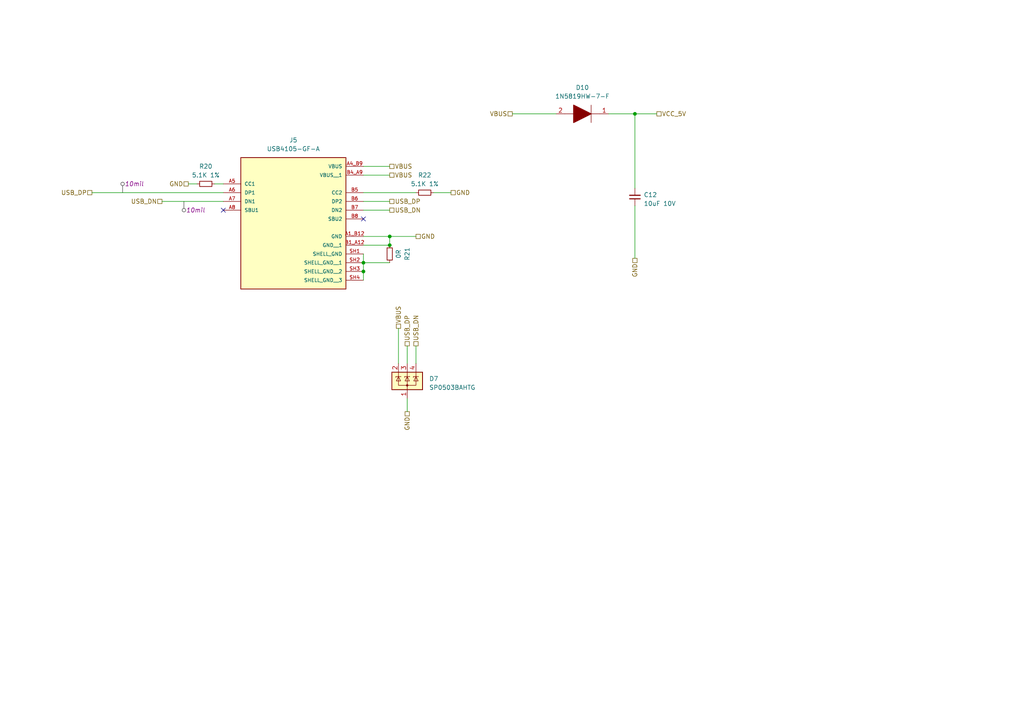
<source format=kicad_sch>
(kicad_sch (version 20250114) (generator "eeschema") (generator_version "9.0")
  (paper "A4")
  (title_block (title "A1S Mini Board") (date "2025-03-30") (rev "0.3.0") (company "Martin Roger"))
  (lib_symbols
    (symbol "DIY:1N5819HW-7-F" (pin_names (offset 0.762))
      (property "Reference" "D" (at 11.43 5.08 0))
      (property "Value" "1N5819HW-7-F" (at 11.43 2.54 0))
      (symbol "1N5819HW-7-F_0_0"
        (pin passive line (at 0 0 0) (length 2.54) (name "~") (number "1"))
        (pin passive line (at 15.24 0 180) (length 2.54) (name "~") (number "2"))
      )
      (symbol "1N5819HW-7-F_0_1"
        (polyline (pts (xy 2.54 0) (xy 5.08 0)) (stroke (width 0.1524)))
        (polyline (pts (xy 5.08 2.54) (xy 5.08 -2.54)) (stroke (width 0.1524)))
        (polyline (pts (xy 5.08 0) (xy 10.16 2.54) (xy 10.16 -2.54) (xy 5.08 0)) (stroke (width 0.254)) (fill (type outline)))
        (polyline (pts (xy 10.16 0) (xy 12.7 0)) (stroke (width 0.1524)))
      )
    )
    (symbol "DIY:USB4105-GF-A" (pin_names (offset 1.016))
      (property "Reference" "J" (at -15.24 13.97 0))
      (property "Value" "USB4105-GF-A" (at -15.24 -27.94 0))
      (symbol "USB4105-GF-A_0_0"
        (rectangle (start -15.24 -25.4) (end 15.24 12.7) (stroke (width 0.254)) (fill (type background)))
        (pin bidirectional line (at -20.32 5.08 0) (length 5.08) (name "CC1") (number "A5"))
        (pin bidirectional line (at -20.32 2.54 0) (length 5.08) (name "DP1") (number "A6"))
        (pin bidirectional line (at -20.32 0 0) (length 5.08) (name "DN1") (number "A7"))
        (pin bidirectional line (at -20.32 -2.54 0) (length 5.08) (name "SBU1") (number "A8"))
        (pin power_in line (at 20.32 10.16 180) (length 5.08) (name "VBUS") (number "A4_B9"))
        (pin power_in line (at 20.32 7.62 180) (length 5.08) (name "VBUS__1") (number "B4_A9"))
        (pin bidirectional line (at 20.32 2.54 180) (length 5.08) (name "CC2") (number "B5"))
        (pin bidirectional line (at 20.32 0 180) (length 5.08) (name "DP2") (number "B6"))
        (pin bidirectional line (at 20.32 -2.54 180) (length 5.08) (name "DN2") (number "B7"))
        (pin bidirectional line (at 20.32 -5.08 180) (length 5.08) (name "SBU2") (number "B8"))
        (pin power_in line (at 20.32 -10.16 180) (length 5.08) (name "GND") (number "A1_B12"))
        (pin power_in line (at 20.32 -12.7 180) (length 5.08) (name "GND__1") (number "B1_A12"))
        (pin power_in line (at 20.32 -15.24 180) (length 5.08) (name "SHELL_GND") (number "SH1"))
        (pin power_in line (at 20.32 -17.78 180) (length 5.08) (name "SHELL_GND__1") (number "SH2"))
        (pin power_in line (at 20.32 -20.32 180) (length 5.08) (name "SHELL_GND__2") (number "SH3"))
        (pin power_in line (at 20.32 -22.86 180) (length 5.08) (name "SHELL_GND__3") (number "SH4"))
      )
    )
    (symbol "Device:C_Small" (pin_numbers (hide yes)) (pin_names (offset 0.254) (hide yes))
      (property "Reference" "C" (at 0.254 1.778 0))
      (property "Value" "C_Small" (at 0.254 -2.032 0))
      (symbol "C_Small_0_1"
        (polyline (pts (xy -1.524 0.508) (xy 1.524 0.508)) (stroke (width 0.3048)))
        (polyline (pts (xy -1.524 -0.508) (xy 1.524 -0.508)) (stroke (width 0.3302)))
      )
      (symbol "C_Small_1_1"
        (pin passive line (at 0 2.54 270) (length 2.032) (name "~") (number "1"))
        (pin passive line (at 0 -2.54 90) (length 2.032) (name "~") (number "2"))
      )
    )
    (symbol "Device:R_Small" (pin_numbers (hide yes)) (pin_names (offset 0.254) (hide yes))
      (property "Reference" "R" (at 0.762 0.508 0))
      (property "Value" "R_Small" (at 0.762 -1.016 0))
      (symbol "R_Small_0_1"
        (rectangle (start -0.762 1.778) (end 0.762 -1.778) (stroke (width 0.2032)))
      )
      (symbol "R_Small_1_1"
        (pin passive line (at 0 2.54 270) (length 0.762) (name "~") (number "1"))
        (pin passive line (at 0 -2.54 90) (length 0.762) (name "~") (number "2"))
      )
    )
    (symbol "Power_Protection:SP0503BAHT" (pin_names (hide yes))
      (property "Reference" "D" (at 5.715 2.54 0))
      (property "Value" "SP0503BAHT" (at 5.715 0.635 0))
      (symbol "SP0503BAHT_0_0"
        (pin passive line (at 0 -5.08 90) (length 2.54) (name "A") (number "1"))
      )
      (symbol "SP0503BAHT_0_1"
        (rectangle (start -4.445 2.54) (end 4.445 -2.54) (stroke (width 0.254)) (fill (type background)))
        (polyline (pts (xy -3.302 1.016) (xy -3.302 1.27) (xy -1.905 1.27) (xy -1.778 1.27)))
        (polyline (pts (xy -2.54 2.54) (xy -2.54 1.27)))
        (polyline (pts (xy -2.54 1.27) (xy -2.54 -1.27) (xy 2.54 -1.27) (xy 2.54 1.27)))
        (polyline (pts (xy -2.54 1.27) (xy -1.905 0) (xy -3.175 0) (xy -2.54 1.27)))
        (polyline (pts (xy 0 2.54) (xy 0 1.27)))
        (polyline (pts (xy 0 -1.27) (xy 0 1.27)))
        (polyline (pts (xy 0 -1.27) (xy 0 -2.54)))
        (circle (center 0 -1.27) (radius 0.254) (fill (type outline)))
        (polyline (pts (xy 0.635 1.27) (xy 0.762 1.27)))
        (polyline (pts (xy 0.635 1.27) (xy -0.762 1.27) (xy -0.762 1.016)))
        (polyline (pts (xy 0.635 0) (xy -0.635 0) (xy 0 1.27) (xy 0.635 0)))
        (polyline (pts (xy 1.778 1.016) (xy 1.778 1.27) (xy 3.175 1.27) (xy 3.302 1.27)))
        (polyline (pts (xy 2.54 2.54) (xy 2.54 1.27)))
        (polyline (pts (xy 2.54 1.27) (xy 1.905 0) (xy 3.175 0) (xy 2.54 1.27)))
      )
      (symbol "SP0503BAHT_1_1"
        (pin passive line (at -2.54 5.08 270) (length 2.54) (name "K") (number "2"))
        (pin passive line (at 0 5.08 270) (length 2.54) (name "K") (number "3"))
        (pin passive line (at 2.54 5.08 270) (length 2.54) (name "K") (number "4"))
      )
    )
  )
  (junction (at 105.41 78.74))
  (junction (at 184.15 33.02))
  (junction (at 113.03 68.58))
  (junction (at 105.41 76.2))
  (junction (at 113.03 71.12))
  (no_connect (at 64.77 60.96))
  (no_connect (at 105.41 63.5))
  (wire (pts (xy 184.15 33.02) (xy 184.15 54.61)))
  (wire (pts (xy 184.15 33.02) (xy 190.5 33.02)))
  (wire (pts (xy 105.41 76.2) (xy 113.03 76.2)))
  (wire (pts (xy 62.23 53.34) (xy 64.77 53.34)))
  (wire (pts (xy 118.11 115.57) (xy 118.11 119.38)))
  (wire (pts (xy 176.53 33.02) (xy 184.15 33.02)))
  (wire (pts (xy 105.41 71.12) (xy 113.03 71.12)))
  (wire (pts (xy 115.57 95.25) (xy 115.57 105.41)))
  (wire (pts (xy 26.67 55.88) (xy 64.77 55.88)))
  (wire (pts (xy 184.15 59.69) (xy 184.15 74.93)))
  (wire (pts (xy 125.73 55.88) (xy 130.81 55.88)))
  (wire (pts (xy 105.41 76.2) (xy 105.41 78.74)))
  (wire (pts (xy 105.41 48.26) (xy 113.03 48.26)))
  (wire (pts (xy 105.41 78.74) (xy 105.41 81.28)))
  (wire (pts (xy 148.59 33.02) (xy 161.29 33.02)))
  (wire (pts (xy 46.99 58.42) (xy 64.77 58.42)))
  (wire (pts (xy 105.41 68.58) (xy 113.03 68.58)))
  (wire (pts (xy 54.61 53.34) (xy 57.15 53.34)))
  (wire (pts (xy 105.41 55.88) (xy 120.65 55.88)))
  (wire (pts (xy 120.65 100.33) (xy 120.65 105.41)))
  (wire (pts (xy 118.11 100.33) (xy 118.11 105.41)))
  (wire (pts (xy 105.41 50.8) (xy 113.03 50.8)))
  (wire (pts (xy 113.03 68.58) (xy 120.65 68.58)))
  (wire (pts (xy 105.41 60.96) (xy 113.03 60.96)))
  (wire (pts (xy 105.41 58.42) (xy 113.03 58.42)))
  (wire (pts (xy 113.03 68.58) (xy 113.03 71.12)))
  (wire (pts (xy 105.41 73.66) (xy 105.41 76.2)))
  (hierarchical_label "VBUS" (shape passive) (at 113.03 48.26 0))
  (hierarchical_label "VCC_5V" (shape passive) (at 190.5 33.02 0))
  (hierarchical_label "GND" (shape passive) (at 184.15 74.93 270))
  (hierarchical_label "USB_DN" (shape passive) (at 113.03 60.96 0))
  (hierarchical_label "GND" (shape passive) (at 118.11 119.38 270))
  (hierarchical_label "GND" (shape passive) (at 120.65 68.58 0))
  (hierarchical_label "VBUS" (shape passive) (at 113.03 50.8 0))
  (hierarchical_label "VBUS" (shape passive) (at 148.59 33.02 180))
  (hierarchical_label "USB_DP" (shape passive) (at 113.03 58.42 0))
  (hierarchical_label "GND" (shape passive) (at 130.81 55.88 0))
  (hierarchical_label "USB_DP" (shape passive) (at 118.11 100.33 90))
  (hierarchical_label "USB_DN" (shape passive) (at 46.99 58.42 180))
  (hierarchical_label "VBUS" (shape passive) (at 115.57 95.25 90))
  (hierarchical_label "USB_DN" (shape passive) (at 120.65 100.33 90))
  (hierarchical_label "USB_DP" (shape passive) (at 26.67 55.88 180))
  (hierarchical_label "GND" (shape passive) (at 54.61 53.34 180))
  (netclass_flag "" (length 2.54) (shape round) (at 35.56 55.88 0) (property "Netclass" "10mil" (at 36.1696 53.34 0) (effects (font (italic yes)) (justify left))))
  (netclass_flag "" (length 2.54) (shape round) (at 53.34 58.42 180) (property "Netclass" "10mil" (at 53.9496 60.96 0) (effects (font (italic yes)) (justify left))))
  (symbol (lib_id "DIY:USB4105-GF-A") (at 85.09 58.42 0) (unit 1)
    (property "Reference" "J5" (at 85.09 40.64 0))
    (property "Value" "USB4105-GF-A" (at 85.09 43.18 0))
    (property "Footprint" "DIY:GCT_USB4105-GF-A" (effects (hide yes)))
    (property "Datasheet" "https://mm.digikey.com/Volume0/opasdata/d220001/medias/docus/5492/USB4105.pdf" (effects (hide yes)))
    (property "Description" "CONN RCP USB2.0 TYP C 24P SMD RA" (effects (hide yes)))
    (property "PARTREV" "B4" (effects (hide yes)))
    (property "STANDARD" "Manufacturer Recommendations" (effects (hide yes)))
    (property "MAXIMUM_PACKAGE_HEIGHT" "3.31 mm" (effects (hide yes)))
    (property "MANUFACTURER" "GCT" (effects (hide yes)))
    (property "Manufacturer_Name" "GCT" (effects (hide yes)))
    (property "Manufacturer_Part_Number" "USB4105-GF-A" (effects (hide yes)))
    (property "Type" "SMD" (effects (hide yes)))
    (instances (project "a1s-mini" (path "" (reference "J5") (unit 1)) (path "" (reference "J6") (unit 1))))
  )
  (symbol (lib_id "Device:R_Small") (at 123.19 55.88 90) (unit 1)
    (property "Reference" "R22" (at 123.19 50.8 90))
    (property "Value" "5.1K 1%" (at 123.19 53.34 90))
    (property "Footprint" "Resistor_SMD:R_0603_1608Metric" (effects (hide yes)))
    (property "Datasheet" "https://www.yageo.com/upload/media/product/products/datasheet/rchip/PYu-RC_Group_51_RoHS_L_12.pdf" (effects (hide yes)))
    (property "Description" "RES 5.1K OHM 1% 1/10W 0603" (effects (hide yes)))
    (property "Manufacturer_Name" "YAGEO" (effects (hide yes)))
    (property "Manufacturer_Part_Number" "RC0603FR-075K1L" (effects (hide yes)))
    (property "Type" "SMD" (effects (hide yes)))
    (instances (project "a1s-mini" (path "" (reference "R22") (unit 1)) (path "" (reference "R30") (unit 1))))
  )
  (symbol (lib_id "Device:R_Small") (at 113.03 73.66 0) (mirror x) (unit 1)
    (property "Reference" "R21" (at 118.11 73.66 90))
    (property "Value" "0R" (at 115.57 73.66 90))
    (property "Footprint" "Resistor_SMD:R_0603_1608Metric" (effects (hide yes)))
    (property "Datasheet" "https://www.seielect.com/catalog/sei-rmcf_rmcp.pdf" (effects (hide yes)))
    (property "Description" "RES 0 OHM JUMPER 1/10W 0603" (effects (hide yes)))
    (property "Manufacturer_Name" "StackPole Electronics" (effects (hide yes)))
    (property "Manufacturer_Part_Number" "RMCF0603ZT0R00" (effects (hide yes)))
    (property "Type" "SMD" (effects (hide yes)))
    (instances (project "a1s-mini" (path "" (reference "R21") (unit 1)) (path "" (reference "R29") (unit 1))))
  )
  (symbol (lib_id "DIY:1N5819HW-7-F") (at 176.53 33.02 180) (unit 1)
    (property "Reference" "D10" (at 168.91 25.4 0))
    (property "Value" "1N5819HW-7-F" (at 168.91 27.94 0))
    (property "Footprint" "DIY:SOD3716X145N" (effects (hide yes)))
    (property "Datasheet" "https://www.diodes.com//assets/Datasheets/1N5819HW.pdf" (effects (hide yes)))
    (property "Description" "DIODE SCHOTTKY 40V 1A SOD123" (effects (hide yes)))
    (property "Height" "1.45" (effects (hide yes)))
    (property "Manufacturer_Name" "Diodes Incorporated" (effects (hide yes)))
    (property "Manufacturer_Part_Number" "1N5819HW-7-F" (effects (hide yes)))
    (property "Mouser Part Number" "621-1N5819HW-F" (effects (hide yes)))
    (property "Mouser Price/Stock" "https://www.mouser.co.uk/ProductDetail/Diodes-Incorporated/1N5819HW-7-F?qs=NQ47qNm99eDyWTEd07miYA%3D%3D" (effects (hide yes)))
    (property "Arrow Part Number" "1N5819HW-7-F" (effects (hide yes)))
    (property "Arrow Price/Stock" "https://www.arrow.com/en/products/1n5819hw-7-f/diodes-incorporated?utm_currency=USD&region=nac" (effects (hide yes)))
    (property "Type" "SMD" (effects (hide yes)))
    (instances (project "a1s-mini" (path "" (reference "D10") (unit 1)) (path "" (reference "D14") (unit 1))))
  )
  (symbol (lib_id "Device:R_Small") (at 59.69 53.34 90) (unit 1)
    (property "Reference" "R20" (at 59.69 48.26 90))
    (property "Value" "5.1K 1%" (at 59.69 50.8 90))
    (property "Footprint" "Resistor_SMD:R_0603_1608Metric" (effects (hide yes)))
    (property "Datasheet" "https://www.yageo.com/upload/media/product/products/datasheet/rchip/PYu-RC_Group_51_RoHS_L_12.pdf" (effects (hide yes)))
    (property "Description" "RES 5.1K OHM 1% 1/10W 0603" (effects (hide yes)))
    (property "Manufacturer_Name" "YAGEO" (effects (hide yes)))
    (property "Manufacturer_Part_Number" "RC0603FR-075K1L" (effects (hide yes)))
    (property "Type" "SMD" (effects (hide yes)))
    (instances (project "a1s-mini" (path "" (reference "R20") (unit 1)) (path "" (reference "R28") (unit 1))))
  )
  (symbol (lib_id "Device:C_Small") (at 184.15 57.15 180) (unit 1)
    (property "Reference" "C12" (at 186.69 56.5086 0) (effects (justify right)))
    (property "Value" "10uF 10V" (at 186.69 59.0486 0) (effects (justify right)))
    (property "Footprint" "Capacitor_SMD:C_0603_1608Metric" (effects (hide yes)))
    (property "Datasheet" "https://mm.digikey.com/Volume0/opasdata/d220001/medias/docus/43/CL10A106KP8NNNC_Spec.pdf" (effects (hide yes)))
    (property "Description" "CAP CER 10UF 10V X5R 0603" (effects (hide yes)))
    (property "Manufacturer_Name" "Samsung Electro-Mechanics" (effects (hide yes)))
    (property "Manufacturer_Part_Number" "CL10A106KP8NNNC" (effects (hide yes)))
    (property "Type" "SMD" (effects (hide yes)))
    (instances (project "a1s-mini" (path "" (reference "C12") (unit 1)) (path "" (reference "C15") (unit 1))))
  )
  (symbol (lib_id "Power_Protection:SP0503BAHT") (at 118.11 110.49 0) (unit 1)
    (property "Reference" "D7" (at 124.46 109.855 0) (effects (justify left)))
    (property "Value" "SP0503BAHTG" (at 124.46 112.395 0) (effects (justify left)))
    (property "Footprint" "Package_TO_SOT_SMD:SOT-143" (effects (hide yes)))
    (property "Datasheet" "http://www.littelfuse.com/~/media/files/littelfuse/technical%20resources/documents/data%20sheets/sp05xxba.pdf" (effects (hide yes)))
    (property "Description" "TVS DIODE 5.5VWM 8.5VC SOT1434" (effects (hide yes)))
    (property "Manufacturer_Name" "Littelfuse Inc" (effects (hide yes)))
    (property "Manufacturer_Part_Number" "SP0503BAHTG" (effects (hide yes)))
    (property "Type" "SMD" (effects (hide yes)))
    (instances (project "a1s-mini" (path "" (reference "D7") (unit 1)) (path "" (reference "D8") (unit 1))))
  )
)
</source>
